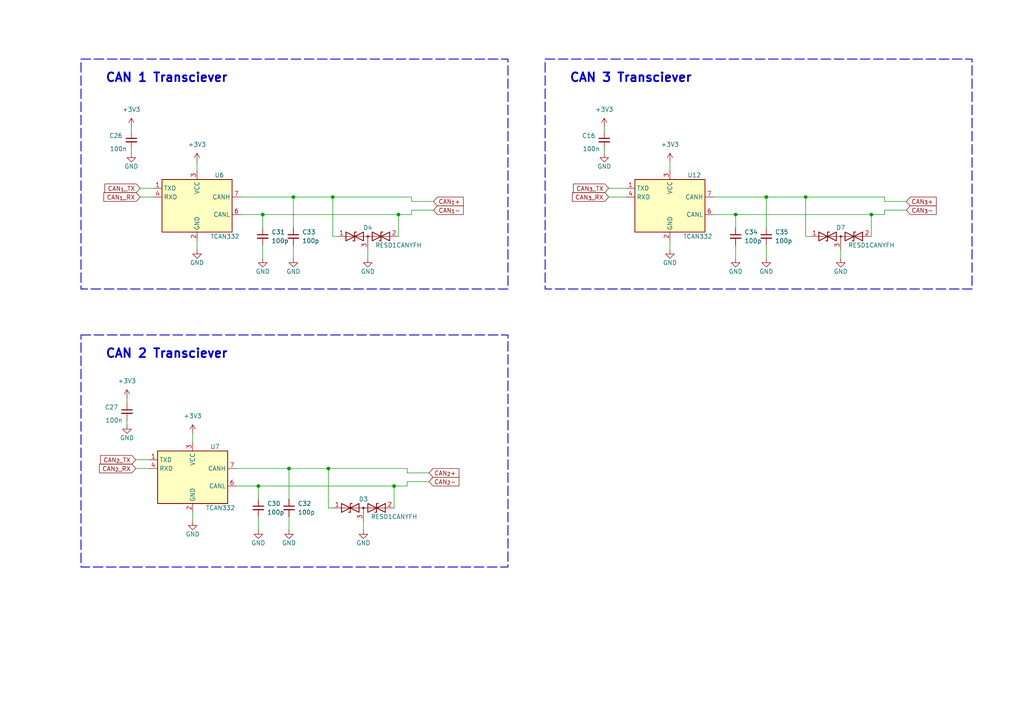
<source format=kicad_sch>
(kicad_sch (version 20231120) (generator "eeschema") (generator_version "8.0")
  (paper "A4")
  (title_block (title "Comms & Conn - Daughter Board") (date "2023-12-08") (rev "1") (company "NYU FSAE"))
  (lib_symbols
    (symbol "Device:C_Small" (pin_numbers hide) (pin_names (offset 0.254) hide)
      (property "Reference" "C" (at 0.254 1.778 0))
      (property "Value" "C_Small" (at 0.254 -2.032 0))
      (symbol "C_Small_0_1"
        (polyline (pts (xy -1.524 -0.508) (xy 1.524 -0.508)) (stroke (width 0.3302)))
        (polyline (pts (xy -1.524 0.508) (xy 1.524 0.508)) (stroke (width 0.3048)))
      )
      (symbol "C_Small_1_1"
        (pin passive line (at 0 2.54 270) (length 2.032) (name "~") (number "1"))
        (pin passive line (at 0 -2.54 90) (length 2.032) (name "~") (number "2"))
      )
    )
    (symbol "Device:D_TVS_Dual_AAC" (pin_names (offset 1.016) hide)
      (property "Reference" "D" (at 0 4.445 0))
      (property "Value" "D_TVS_Dual_AAC" (at 0 2.54 0))
      (symbol "D_TVS_Dual_AAC_0_0"
        (polyline (pts (xy 0 -1.27) (xy 0 0)))
      )
      (symbol "D_TVS_Dual_AAC_0_1"
        (polyline (pts (xy -6.35 0) (xy 6.35 0)))
        (polyline (pts (xy -3.302 1.27) (xy -3.81 1.27) (xy -3.81 -1.27) (xy -4.318 -1.27)) (stroke (width 0.254)))
        (polyline (pts (xy 4.318 1.27) (xy 3.81 1.27) (xy 3.81 -1.27) (xy 3.302 -1.27)) (stroke (width 0.254)))
        (polyline (pts (xy -6.35 1.27) (xy -1.27 -1.27) (xy -1.27 1.27) (xy -6.35 -1.27) (xy -6.35 1.27)) (stroke (width 0.254)))
        (polyline (pts (xy 6.35 1.27) (xy 1.27 -1.27) (xy 1.27 1.27) (xy 6.35 -1.27) (xy 6.35 1.27)) (stroke (width 0.254)))
        (circle (center 0 0) (radius 0.254) (fill (type outline)))
      )
      (symbol "D_TVS_Dual_AAC_1_1"
        (pin passive line (at -8.89 0 0) (length 2.54) (name "A1") (number "1"))
        (pin passive line (at 8.89 0 180) (length 2.54) (name "A2") (number "2"))
        (pin passive line (at 0 -3.81 90) (length 2.54) (name "common") (number "3"))
      )
    )
    (symbol "Interface_CAN_LIN:TCAN332"
      (property "Reference" "U" (at -10.16 8.89 0))
      (property "Value" "TCAN332" (at 2.54 8.89 0))
      (symbol "TCAN332_0_1"
        (rectangle (start -10.16 7.62) (end 10.16 -7.62) (stroke (width 0.254)) (fill (type background)))
      )
      (symbol "TCAN332_1_1"
        (pin input line (at -12.7 5.08 0) (length 2.54) (name "TXD") (number "1"))
        (pin power_in line (at 0 -10.16 90) (length 2.54) (name "GND") (number "2"))
        (pin power_in line (at 0 10.16 270) (length 2.54) (name "VCC") (number "3"))
        (pin tri_state line (at -12.7 2.54 0) (length 2.54) (name "RXD") (number "4"))
        (pin no_connect line (at -10.16 -2.54 0) (length 2.54) hide (name "NC") (number "5"))
        (pin bidirectional line (at 12.7 -2.54 180) (length 2.54) (name "CANL") (number "6"))
        (pin bidirectional line (at 12.7 2.54 180) (length 2.54) (name "CANH") (number "7"))
        (pin no_connect line (at -10.16 -5.08 0) (length 2.54) hide (name "NC") (number "8"))
      )
    )
    (symbol "power:+3V3" (power) (pin_names (offset 0))
      (property "Value" "+3V3" (at 0 3.556 0))
      (symbol "+3V3_0_1"
        (polyline (pts (xy -0.762 1.27) (xy 0 2.54)))
        (polyline (pts (xy 0 0) (xy 0 2.54)))
        (polyline (pts (xy 0 2.54) (xy 0.762 1.27)))
      )
      (symbol "+3V3_1_1"
        (pin power_in line (at 0 0 90) (length 0) hide (name "+3V3") (number "1"))
      )
    )
    (symbol "power:GND" (power) (pin_names (offset 0))
      (property "Value" "GND" (at 0 -3.81 0))
      (symbol "GND_0_1"
        (polyline (pts (xy 0 0) (xy 0 -1.27) (xy 1.27 -1.27) (xy 0 -2.54) (xy -1.27 -1.27) (xy 0 -1.27)))
      )
      (symbol "GND_1_1"
        (pin power_in line (at 0 0 270) (length 0) hide (name "GND") (number "1"))
      )
    )
  )
  (junction (at 233.68 57.15))
  (junction (at 83.82 135.89))
  (junction (at 85.09 57.15))
  (junction (at 74.93 140.97))
  (junction (at 252.73 62.23))
  (junction (at 76.2 62.23))
  (junction (at 95.25 135.89))
  (junction (at 114.3 140.97))
  (junction (at 213.36 62.23))
  (junction (at 222.25 57.15))
  (junction (at 96.52 57.15))
  (junction (at 115.57 62.23))
  (wire (pts (xy 256.54 60.96) (xy 256.54 62.23)))
  (wire (pts (xy 118.11 137.16) (xy 124.46 137.16)))
  (wire (pts (xy 256.54 58.42) (xy 262.89 58.42)))
  (wire (pts (xy 207.01 62.23) (xy 213.36 62.23)))
  (wire (pts (xy 222.25 71.12) (xy 222.25 74.93)))
  (wire (pts (xy 76.2 71.12) (xy 76.2 74.93)))
  (wire (pts (xy 233.68 57.15) (xy 233.68 68.58)))
  (wire (pts (xy 233.68 57.15) (xy 256.54 57.15)))
  (wire (pts (xy 68.58 140.97) (xy 74.93 140.97)))
  (wire (pts (xy 96.52 57.15) (xy 96.52 68.58)))
  (wire (pts (xy 115.57 62.23) (xy 119.38 62.23)))
  (wire (pts (xy 38.1 43.18) (xy 38.1 44.45)))
  (wire (pts (xy 213.36 62.23) (xy 213.36 66.04)))
  (wire (pts (xy 256.54 58.42) (xy 256.54 57.15)))
  (wire (pts (xy 213.36 71.12) (xy 213.36 74.93)))
  (wire (pts (xy 114.3 140.97) (xy 118.11 140.97)))
  (wire (pts (xy 118.11 137.16) (xy 118.11 135.89)))
  (wire (pts (xy 36.83 121.92) (xy 36.83 123.19)))
  (wire (pts (xy 106.68 72.39) (xy 106.68 74.93)))
  (wire (pts (xy 175.26 36.83) (xy 175.26 38.1)))
  (wire (pts (xy 39.37 133.35) (xy 43.18 133.35)))
  (wire (pts (xy 194.31 46.99) (xy 194.31 49.53)))
  (wire (pts (xy 97.79 68.58) (xy 96.52 68.58)))
  (wire (pts (xy 38.1 36.83) (xy 38.1 38.1)))
  (wire (pts (xy 119.38 60.96) (xy 125.73 60.96)))
  (wire (pts (xy 194.31 69.85) (xy 194.31 72.39)))
  (wire (pts (xy 95.25 135.89) (xy 118.11 135.89)))
  (wire (pts (xy 68.58 135.89) (xy 83.82 135.89)))
  (wire (pts (xy 69.85 57.15) (xy 85.09 57.15)))
  (wire (pts (xy 74.93 140.97) (xy 114.3 140.97)))
  (wire (pts (xy 234.95 68.58) (xy 233.68 68.58)))
  (wire (pts (xy 76.2 62.23) (xy 115.57 62.23)))
  (wire (pts (xy 119.38 58.42) (xy 119.38 57.15)))
  (wire (pts (xy 57.15 69.85) (xy 57.15 72.39)))
  (wire (pts (xy 213.36 62.23) (xy 252.73 62.23)))
  (wire (pts (xy 36.83 115.57) (xy 36.83 116.84)))
  (wire (pts (xy 175.26 43.18) (xy 175.26 44.45)))
  (wire (pts (xy 40.64 54.61) (xy 44.45 54.61)))
  (wire (pts (xy 243.84 72.39) (xy 243.84 74.93)))
  (wire (pts (xy 95.25 135.89) (xy 83.82 135.89)))
  (wire (pts (xy 39.37 135.89) (xy 43.18 135.89)))
  (wire (pts (xy 85.09 57.15) (xy 85.09 66.04)))
  (wire (pts (xy 256.54 60.96) (xy 262.89 60.96)))
  (wire (pts (xy 95.25 135.89) (xy 95.25 147.32)))
  (wire (pts (xy 207.01 57.15) (xy 222.25 57.15)))
  (wire (pts (xy 55.88 125.73) (xy 55.88 128.27)))
  (wire (pts (xy 176.53 54.61) (xy 181.61 54.61)))
  (wire (pts (xy 96.52 147.32) (xy 95.25 147.32)))
  (wire (pts (xy 96.52 57.15) (xy 119.38 57.15)))
  (wire (pts (xy 83.82 149.86) (xy 83.82 153.67)))
  (wire (pts (xy 252.73 62.23) (xy 256.54 62.23)))
  (wire (pts (xy 115.57 62.23) (xy 115.57 68.58)))
  (wire (pts (xy 57.15 46.99) (xy 57.15 49.53)))
  (wire (pts (xy 233.68 57.15) (xy 222.25 57.15)))
  (wire (pts (xy 119.38 58.42) (xy 125.73 58.42)))
  (wire (pts (xy 119.38 60.96) (xy 119.38 62.23)))
  (wire (pts (xy 85.09 71.12) (xy 85.09 74.93)))
  (wire (pts (xy 252.73 62.23) (xy 252.73 68.58)))
  (wire (pts (xy 85.09 57.15) (xy 96.52 57.15)))
  (wire (pts (xy 118.11 139.7) (xy 124.46 139.7)))
  (wire (pts (xy 83.82 135.89) (xy 83.82 144.78)))
  (wire (pts (xy 74.93 140.97) (xy 74.93 144.78)))
  (wire (pts (xy 105.41 151.13) (xy 105.41 153.67)))
  (wire (pts (xy 222.25 57.15) (xy 222.25 66.04)))
  (wire (pts (xy 118.11 139.7) (xy 118.11 140.97)))
  (wire (pts (xy 74.93 149.86) (xy 74.93 153.67)))
  (wire (pts (xy 40.64 57.15) (xy 44.45 57.15)))
  (wire (pts (xy 76.2 62.23) (xy 76.2 66.04)))
  (wire (pts (xy 114.3 140.97) (xy 114.3 147.32)))
  (wire (pts (xy 55.88 148.59) (xy 55.88 151.13)))
  (wire (pts (xy 176.53 57.15) (xy 181.61 57.15)))
  (wire (pts (xy 69.85 62.23) (xy 76.2 62.23)))
  (rectangle (start 158.115 17.145) (end 281.94 83.82) (stroke (width 0.254) (type dash)))
  (rectangle (start 23.495 97.155) (end 147.32 164.465) (stroke (width 0.254) (type dash)))
  (rectangle (start 23.495 17.145) (end 147.32 83.82) (stroke (width 0.254) (type dash)))
  (text "CAN 2 Transciever" (at 30.48 104.14 0) (effects (font (size 2.54 2.54) (bold yes)) (justify left bottom)))
  (text "CAN 3 Transciever" (at 165.1 24.13 0) (effects (font (size 2.54 2.54) (bold yes)) (justify left bottom)))
  (text "CAN 1 Transciever" (at 30.48 24.13 0) (effects (font (size 2.54 2.54) (bold yes)) (justify left bottom)))
  (global_label "CAN_{3}-" (shape input) (at 262.89 60.96 0) (property "Intersheetrefs" "${INTERSHEET_REFS}" (effects (hide yes))))
  (global_label "CAN_{2}-" (shape input) (at 124.46 139.7 0) (property "Intersheetrefs" "${INTERSHEET_REFS}" (effects (hide yes))))
  (global_label "CAN_{1}+" (shape input) (at 125.73 58.42 0) (property "Intersheetrefs" "${INTERSHEET_REFS}" (effects (hide yes))))
  (global_label "CAN_{2}_RX" (shape input) (at 39.37 135.89 180) (property "Intersheetrefs" "${INTERSHEET_REFS}" (effects (hide yes))))
  (global_label "CAN_{1}_TX" (shape input) (at 40.64 54.61 180) (property "Intersheetrefs" "${INTERSHEET_REFS}" (effects (hide yes))))
  (global_label "CAN_{1}-" (shape input) (at 125.73 60.96 0) (property "Intersheetrefs" "${INTERSHEET_REFS}" (effects (hide yes))))
  (global_label "CAN_{3}+" (shape input) (at 262.89 58.42 0) (property "Intersheetrefs" "${INTERSHEET_REFS}" (effects (hide yes))))
  (global_label "CAN_{3}_TX" (shape input) (at 176.53 54.61 180) (property "Intersheetrefs" "${INTERSHEET_REFS}" (effects (hide yes))))
  (global_label "CAN_{3}_RX" (shape input) (at 176.53 57.15 180) (property "Intersheetrefs" "${INTERSHEET_REFS}" (effects (hide yes))))
  (global_label "CAN_{1}_RX" (shape input) (at 40.64 57.15 180) (property "Intersheetrefs" "${INTERSHEET_REFS}" (effects (hide yes))))
  (global_label "CAN_{2}_TX" (shape input) (at 39.37 133.35 180) (property "Intersheetrefs" "${INTERSHEET_REFS}" (effects (hide yes))))
  (global_label "CAN_{2}+" (shape input) (at 124.46 137.16 0) (property "Intersheetrefs" "${INTERSHEET_REFS}" (effects (hide yes))))
  (symbol (lib_id "Interface_CAN_LIN:TCAN332") (at 194.31 59.69 0) (unit 1)
    (property "Reference" "U12" (at 199.39 50.8 0) (effects (justify left)))
    (property "Value" "TCAN332" (at 198.12 68.58 0) (effects (justify left)))
    (property "Footprint" "Package_SO:SOIC-8_3.9x4.9mm_P1.27mm" (effects (hide yes)))
    (property "Datasheet" "http://www.ti.com/lit/ds/symlink/tcan337.pdf" (effects (hide yes)))
    (property "Digikey" "296-43711-1-ND" (effects (hide yes)))
    (property "Name" "TCAN332DR" (effects (hide yes)))
  )
  (symbol (lib_id "power:+3V3") (at 38.1 36.83 0) (unit 1)
    (property "Reference" "#PWR016" (effects (hide yes)))
    (property "Value" "+3V3" (at 38.1 31.75 0))
  )
  (symbol (lib_id "Device:C_Small") (at 36.83 119.38 0) (unit 1)
    (property "Reference" "C27" (at 34.29 118.1163 0) (effects (justify right)))
    (property "Value" "100n" (at 35.56 121.92 0) (effects (justify right)))
    (property "Footprint" "Capacitor_SMD:C_0201_0603Metric" (effects (hide yes)))
    (property "Digikey" "490-5405-1-ND" (effects (hide yes)))
    (property "Name" "GRM033R61A104ME15D" (effects (hide yes)))
  )
  (symbol (lib_id "power:GND") (at 74.93 153.67 0) (unit 1)
    (property "Reference" "#PWR043" (effects (hide yes)))
    (property "Value" "GND" (at 74.93 157.48 0))
  )
  (symbol (lib_id "power:+3V3") (at 57.15 46.99 0) (unit 1)
    (property "Reference" "#PWR015" (effects (hide yes)))
    (property "Value" "+3V3" (at 57.15 41.91 0))
  )
  (symbol (lib_id "power:+3V3") (at 194.31 46.99 0) (unit 1)
    (property "Reference" "#PWR063" (effects (hide yes)))
    (property "Value" "+3V3" (at 194.31 41.91 0))
  )
  (symbol (lib_id "Interface_CAN_LIN:TCAN332") (at 55.88 138.43 0) (unit 1)
    (property "Reference" "U7" (at 60.96 129.54 0) (effects (justify left)))
    (property "Value" "TCAN332" (at 59.69 147.32 0) (effects (justify left)))
    (property "Footprint" "Package_SO:SOIC-8_3.9x4.9mm_P1.27mm" (effects (hide yes)))
    (property "Datasheet" "http://www.ti.com/lit/ds/symlink/tcan337.pdf" (effects (hide yes)))
    (property "Digikey" "296-43711-1-ND" (effects (hide yes)))
    (property "Name" "TCAN332DR" (effects (hide yes)))
  )
  (symbol (lib_id "power:GND") (at 213.36 74.93 0) (unit 1)
    (property "Reference" "#PWR065" (effects (hide yes)))
    (property "Value" "GND" (at 213.36 78.74 0))
  )
  (symbol (lib_id "power:GND") (at 194.31 72.39 0) (unit 1)
    (property "Reference" "#PWR064" (effects (hide yes)))
    (property "Value" "GND" (at 194.31 76.2 0))
  )
  (symbol (lib_id "Device:C_Small") (at 222.25 68.58 0) (unit 1)
    (property "Reference" "C35" (at 224.79 67.3163 0) (effects (justify left)))
    (property "Value" "100p" (at 224.79 69.8563 0) (effects (justify left)))
    (property "Footprint" "Capacitor_SMD:C_0402_1005Metric" (effects (hide yes)))
    (property "Digikey" "490-5922-1-ND" (effects (hide yes)))
    (property "Name" "GRM1555C1H101JA01D" (effects (hide yes)))
  )
  (symbol (lib_id "Device:C_Small") (at 74.93 147.32 0) (unit 1)
    (property "Reference" "C30" (at 77.47 146.0563 0) (effects (justify left)))
    (property "Value" "100p" (at 77.47 148.5963 0) (effects (justify left)))
    (property "Footprint" "Capacitor_SMD:C_0402_1005Metric" (effects (hide yes)))
    (property "Digikey" "490-5922-1-ND" (effects (hide yes)))
    (property "Name" "GRM1555C1H101JA01D" (effects (hide yes)))
  )
  (symbol (lib_id "power:+3V3") (at 55.88 125.73 0) (unit 1)
    (property "Reference" "#PWR014" (effects (hide yes)))
    (property "Value" "+3V3" (at 55.88 120.65 0))
  )
  (symbol (lib_id "power:GND") (at 36.83 123.19 0) (unit 1)
    (property "Reference" "#PWR0134" (effects (hide yes)))
    (property "Value" "GND" (at 36.83 127 0))
  )
  (symbol (lib_id "power:GND") (at 38.1 44.45 0) (unit 1)
    (property "Reference" "#PWR0135" (effects (hide yes)))
    (property "Value" "GND" (at 38.1 48.26 0))
  )
  (symbol (lib_id "power:+3V3") (at 175.26 36.83 0) (unit 1)
    (property "Reference" "#PWR061" (effects (hide yes)))
    (property "Value" "+3V3" (at 175.26 31.75 0))
  )
  (symbol (lib_id "Device:C_Small") (at 213.36 68.58 0) (unit 1)
    (property "Reference" "C34" (at 215.9 67.3163 0) (effects (justify left)))
    (property "Value" "100p" (at 215.9 69.8563 0) (effects (justify left)))
    (property "Footprint" "Capacitor_SMD:C_0402_1005Metric" (effects (hide yes)))
    (property "Digikey" "490-5922-1-ND" (effects (hide yes)))
    (property "Name" "GRM1555C1H101JA01D" (effects (hide yes)))
  )
  (symbol (lib_id "Device:C_Small") (at 38.1 40.64 0) (unit 1)
    (property "Reference" "C26" (at 35.56 39.3763 0) (effects (justify right)))
    (property "Value" "100n" (at 36.83 43.18 0) (effects (justify right)))
    (property "Footprint" "Capacitor_SMD:C_0201_0603Metric" (effects (hide yes)))
    (property "Digikey" "490-5405-1-ND" (effects (hide yes)))
    (property "Name" "GRM033R61A104ME15D" (effects (hide yes)))
  )
  (symbol (lib_id "Device:C_Small") (at 175.26 40.64 0) (unit 1)
    (property "Reference" "C16" (at 172.72 39.3763 0) (effects (justify right)))
    (property "Value" "100n" (at 173.99 43.18 0) (effects (justify right)))
    (property "Footprint" "Capacitor_SMD:C_0201_0603Metric" (effects (hide yes)))
    (property "Digikey" "490-5405-1-ND" (effects (hide yes)))
    (property "Name" "GRM033R61A104ME15D" (effects (hide yes)))
  )
  (symbol (lib_id "power:GND") (at 85.09 74.93 0) (unit 1)
    (property "Reference" "#PWR041" (effects (hide yes)))
    (property "Value" "GND" (at 85.09 78.74 0))
  )
  (symbol (lib_id "Interface_CAN_LIN:TCAN332") (at 57.15 59.69 0) (unit 1)
    (property "Reference" "U6" (at 62.23 50.8 0) (effects (justify left)))
    (property "Value" "TCAN332" (at 60.96 68.58 0) (effects (justify left)))
    (property "Footprint" "Package_SO:SOIC-8_3.9x4.9mm_P1.27mm" (effects (hide yes)))
    (property "Datasheet" "http://www.ti.com/lit/ds/symlink/tcan337.pdf" (effects (hide yes)))
    (property "Digikey" "296-43711-1-ND" (effects (hide yes)))
    (property "Name" "TCAN332DR" (effects (hide yes)))
  )
  (symbol (lib_id "power:GND") (at 175.26 44.45 0) (unit 1)
    (property "Reference" "#PWR062" (effects (hide yes)))
    (property "Value" "GND" (at 175.26 48.26 0))
  )
  (symbol (lib_id "power:GND") (at 105.41 153.67 0) (unit 1)
    (property "Reference" "#PWR045" (effects (hide yes)))
    (property "Value" "GND" (at 105.41 157.48 0))
  )
  (symbol (lib_id "power:GND") (at 76.2 74.93 0) (unit 1)
    (property "Reference" "#PWR040" (effects (hide yes)))
    (property "Value" "GND" (at 76.2 78.74 0))
  )
  (symbol (lib_id "power:GND") (at 57.15 72.39 0) (unit 1)
    (property "Reference" "#PWR0133" (effects (hide yes)))
    (property "Value" "GND" (at 57.15 76.2 0))
  )
  (symbol (lib_id "power:GND") (at 83.82 153.67 0) (unit 1)
    (property "Reference" "#PWR044" (effects (hide yes)))
    (property "Value" "GND" (at 83.82 157.48 0))
  )
  (symbol (lib_id "Device:C_Small") (at 83.82 147.32 0) (unit 1)
    (property "Reference" "C32" (at 86.36 146.0563 0) (effects (justify left)))
    (property "Value" "100p" (at 86.36 148.5963 0) (effects (justify left)))
    (property "Footprint" "Capacitor_SMD:C_0402_1005Metric" (effects (hide yes)))
    (property "Digikey" "490-5922-1-ND" (effects (hide yes)))
    (property "Name" "GRM1555C1H101JA01D" (effects (hide yes)))
  )
  (symbol (lib_id "Device:C_Small") (at 85.09 68.58 0) (unit 1)
    (property "Reference" "C33" (at 87.63 67.3163 0) (effects (justify left)))
    (property "Value" "100p" (at 87.63 69.8563 0) (effects (justify left)))
    (property "Footprint" "Capacitor_SMD:C_0402_1005Metric" (effects (hide yes)))
    (property "Digikey" "490-5922-1-ND" (effects (hide yes)))
    (property "Name" "GRM1555C1H101JA01D" (effects (hide yes)))
  )
  (symbol (lib_id "power:GND") (at 222.25 74.93 0) (unit 1)
    (property "Reference" "#PWR066" (effects (hide yes)))
    (property "Value" "GND" (at 222.25 78.74 0))
  )
  (symbol (lib_id "Device:D_TVS_Dual_AAC") (at 106.68 68.58 0) (unit 1)
    (property "Reference" "D4" (at 106.68 66.04 0))
    (property "Value" "RESD1CANYFH" (at 115.57 71.12 0))
    (property "Footprint" "Package_TO_SOT_SMD:SOT-323_SC-70" (effects (hide yes)))
    (property "Name" "RESD1CANYFH" (effects (hide yes)))
    (property "Digikey" "846-RESD1CANYFHT116CT-ND" (effects (hide yes)))
  )
  (symbol (lib_id "power:GND") (at 243.84 74.93 0) (unit 1)
    (property "Reference" "#PWR067" (effects (hide yes)))
    (property "Value" "GND" (at 243.84 78.74 0))
  )
  (symbol (lib_id "Device:D_TVS_Dual_AAC") (at 105.41 147.32 0) (unit 1)
    (property "Reference" "D3" (at 105.41 144.78 0))
    (property "Value" "RESD1CANYFH" (at 114.3 149.86 0))
    (property "Footprint" "Package_TO_SOT_SMD:SOT-323_SC-70" (effects (hide yes)))
    (property "Name" "RESD1CANYFH" (effects (hide yes)))
    (property "Digikey" "846-RESD1CANYFHT116CT-ND" (effects (hide yes)))
  )
  (symbol (lib_id "power:GND") (at 106.68 74.93 0) (unit 1)
    (property "Reference" "#PWR042" (effects (hide yes)))
    (property "Value" "GND" (at 106.68 78.74 0))
  )
  (symbol (lib_id "Device:D_TVS_Dual_AAC") (at 243.84 68.58 0) (unit 1)
    (property "Reference" "D7" (at 243.84 66.04 0))
    (property "Value" "RESD1CANYFH" (at 252.73 71.12 0))
    (property "Footprint" "Package_TO_SOT_SMD:SOT-323_SC-70" (effects (hide yes)))
    (property "Name" "RESD1CANYFH" (effects (hide yes)))
    (property "Digikey" "846-RESD1CANYFHT116CT-ND" (effects (hide yes)))
  )
  (symbol (lib_id "power:GND") (at 55.88 151.13 0) (unit 1)
    (property "Reference" "#PWR0132" (effects (hide yes)))
    (property "Value" "GND" (at 55.88 154.94 0))
  )
  (symbol (lib_id "power:+3V3") (at 36.83 115.57 0) (unit 1)
    (property "Reference" "#PWR013" (effects (hide yes)))
    (property "Value" "+3V3" (at 36.83 110.49 0))
  )
  (symbol (lib_id "Device:C_Small") (at 76.2 68.58 0) (unit 1)
    (property "Reference" "C31" (at 78.74 67.3163 0) (effects (justify left)))
    (property "Value" "100p" (at 78.74 69.8563 0) (effects (justify left)))
    (property "Footprint" "Capacitor_SMD:C_0402_1005Metric" (effects (hide yes)))
    (property "Digikey" "490-5922-1-ND" (effects (hide yes)))
    (property "Name" "GRM1555C1H101JA01D" (effects (hide yes)))
  )
)
</source>
